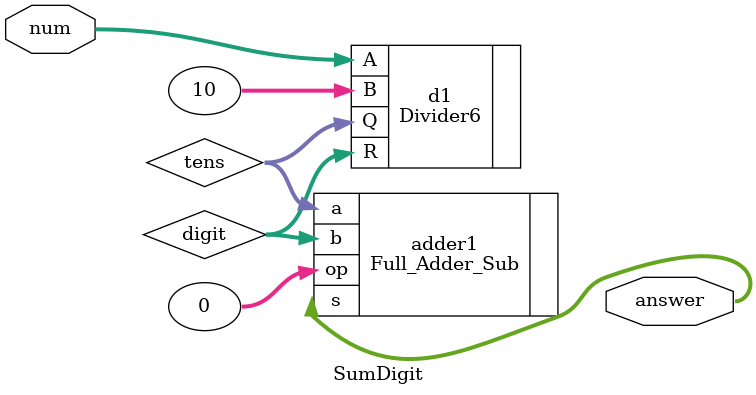
<source format=v>
module SumDigit(input[5:0] num,
					 output[4:0] answer);


wire[3:0] tens,digit;
Divider6 d1(.A(num),.B(10),.Q(tens),.R(digit));
Full_Adder_Sub adder1(.a(tens),.b(digit),.op(0),.s(answer));

endmodule					  
</source>
